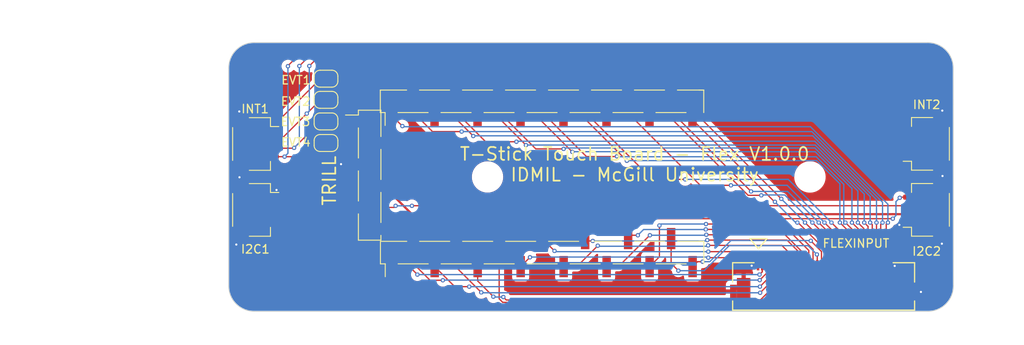
<source format=kicad_pcb>
(kicad_pcb (version 20221018) (generator pcbnew)
  (layers (0 "F.Cu" signal) (31 "B.Cu" signal) (34 "B.Paste" user) (35 "F.Paste" user) (36 "B.SilkS" user "B.Silkscreen") (37 "F.SilkS" user "F.Silkscreen") (38 "B.Mask" user) (39 "F.Mask" user) (44 "Edge.Cuts" user))
  (net 0 "")
  (net 1 "GND")
  (net 2 "/TOUCH0")
  (net 3 "/TOUCH1")
  (net 4 "/TOUCH2")
  (net 5 "/TOUCH3")
  (net 6 "/TOUCH4")
  (net 7 "/TOUCH5")
  (net 8 "/TOUCH6")
  (net 9 "/TOUCH7")
  (net 10 "/TOUCH8")
  (net 11 "/TOUCH9")
  (net 12 "/TOUCH10")
  (net 13 "/TOUCH11")
  (net 14 "/TOUCH12")
  (net 15 "/TOUCH13")
  (net 16 "/TOUCH14")
  (net 17 "/TOUCH15")
  (net 18 "/TOUCH16")
  (net 19 "/TOUCH17")
  (net 20 "/TOUCH18")
  (net 21 "/TOUCH19")
  (net 22 "/TOUCH20")
  (net 23 "/TOUCH21")
  (net 24 "/TOUCH22")
  (net 25 "/TOUCH23")
  (net 26 "/TOUCH24")
  (net 27 "/TOUCH25")
  (net 28 "/TOUCH26")
  (net 29 "/TOUCH27")
  (net 30 "/TOUCH28")
  (net 31 "/TOUCH29")
  (net 32 "/TRILL_EVT")
  (net 33 "/EVT1")
  (net 34 "/EVT2")
  (net 35 "/EVT3")
  (net 36 "/EVT4")
  (net 37 "+3V3")
  (net 38 "/SDA")
  (net 39 "/SCL")
  (footprint "Connector_JST:JST_SH_SM04B-SRSS-TB_1x04-1MP_P1.00mm_Horizontal" (layer "F.Cu") (at 135.7642 90.229 -90)
    (fp_text reference "INT1")
    (fp_text value "Conn_01x04")
  )
  (footprint "Jumper:SolderJumper-2_P1.3mm_Open_RoundedPad1.0x1.5mm" (layer "F.Cu") (at 144.1142 87.563 180)
    (fp_text reference "JP3" hide)
    (fp_text value "SolderJumper_2_Open" hide)
  )
  (footprint "Connector_JST:JST_SH_SM04B-SRSS-TB_1x04-1MP_P1.00mm_Horizontal" (layer "F.Cu") (at 215.0892 90.213 90)
    (fp_text reference "INT2")
    (fp_text value "Conn_01x04")
  )
  (footprint "Connector_PinHeader_2.54mm:PinHeader_1x06_P2.54mm_Vertical_SMD_Pin1Left" (layer "F.Cu") (at 149.27 93.9175)
    (fp_text reference "TOUCH3" hide)
    (fp_text value "Conn_01x06")
  )
  (footprint "molex-ffc-connectors:CON_541323262_MOL" (layer "F.Cu") (at 202.914184 107.06)
    (fp_text reference "J1" hide)
    (fp_text value "Conn_01x32")
  )
  (footprint "MountingHole:MountingHole_3.2mm_M3_DIN965" (layer "F.Cu") (at 201.3 94.125)
    (fp_text reference "H1" hide)
    (fp_text value "MountingHole" hide)
  )
  (footprint "Connector_PinHeader_2.54mm:PinHeader_1x15_P2.54mm_Vertical_SMD_Pin1Left" (layer "F.Cu") (at 169.655 103.0625 90)
    (fp_text reference "TOUCH1" hide)
    (fp_text value "Conn_01x15")
  )
  (footprint "Connector_PinHeader_2.54mm:PinHeader_1x15_P2.54mm_Vertical_SMD_Pin1Left" (layer "F.Cu") (at 169.64 85.1875 90)
    (fp_text reference "TOUCH2" hide)
    (fp_text value "Conn_01x15")
  )
  (footprint "Connector_JST:JST_SH_SM04B-SRSS-TB_1x04-1MP_P1.00mm_Horizontal" (layer "F.Cu") (at 215.0892 98.013 90)
    (fp_text reference "I2C2")
    (fp_text value "Conn_01x04")
  )
  (footprint "Jumper:SolderJumper-2_P1.3mm_Open_RoundedPad1.0x1.5mm" (layer "F.Cu") (at 144.1142 82.513 180)
    (fp_text reference "JP1" hide)
    (fp_text value "SolderJumper_2_Open" hide)
  )
  (footprint "Jumper:SolderJumper-2_P1.3mm_Open_RoundedPad1.0x1.5mm" (layer "F.Cu") (at 144.1142 90.113 180)
    (fp_text reference "JP4" hide)
    (fp_text value "SolderJumper_2_Open" hide)
  )
  (footprint "MountingHole:MountingHole_3.2mm_M3_DIN965" (layer "F.Cu") (at 163.2 94.125)
    (fp_text reference "H2" hide)
    (fp_text value "MountingHole")
  )
  (footprint "Connector_JST:JST_SH_SM04B-SRSS-TB_1x04-1MP_P1.00mm_Horizontal" (layer "F.Cu") (at 135.7642 98.021 -90)
    (fp_text reference "I2C1")
    (fp_text value "Conn_01x04")
  )
  (footprint "Jumper:SolderJumper-2_P1.3mm_Open_RoundedPad1.0x1.5mm" (layer "F.Cu") (at 144.1142 85.013 180)
    (fp_text reference "JP2" hide)
    (fp_text value "SolderJumper_2_Open" hide)
  )
  (gr_line (start 218.235001 81.249999) (end 218.25 107) (stroke (width 0.1)) (layer "Edge.Cuts"))
  (gr_line (start 215.25 110) (end 135.6142 110) (stroke (width 0.1)) (layer "Edge.Cuts"))
  (gr_line (start 132.6142 107) (end 132.6142 81.25) (stroke (width 0.1)) (layer "Edge.Cuts"))
  (gr_arc (start 135.6142 110) (mid 133.492879 109.121321) (end 132.6142 107) (stroke (width 0.1)) (layer "Edge.Cuts"))
  (gr_arc (start 215.235001 78.249999) (mid 217.356322 79.128678) (end 218.235001 81.249999) (stroke (width 0.1)) (layer "Edge.Cuts"))
  (gr_arc (start 218.25 107) (mid 217.37132 109.12132) (end 215.25 110) (stroke (width 0.1)) (layer "Edge.Cuts"))
  (gr_line (start 215.235001 78.249999) (end 135.6142 78.25) (stroke (width 0.1)) (layer "Edge.Cuts"))
  (gr_arc (start 132.6142 81.25) (mid 133.49288 79.12868) (end 135.6142 78.25) (stroke (width 0.1)) (layer "Edge.Cuts"))
  (gr_text "EVT1" (at 138.7392 83.263) (layer "F.SilkS") (effects (font (size 1 1)) (justify left bottom)))
  (gr_text "TRILL" (at 144.5142 94.563 90) (layer "F.SilkS") (effects (font (size 1.524 1.524) (thickness 0.2032))))
  (gr_text "EVT4" (at 138.7142 90.613) (layer "F.SilkS") (effects (font (size 1 1)) (justify left bottom)))
  (gr_text "EVT3" (at 138.6642 88.188) (layer "F.SilkS") (effects (font (size 1 1)) (justify left bottom)))
  (gr_text "EVT2" (at 138.6892 85.788) (layer "F.SilkS") (effects (font (size 1 1)) (justify left bottom)))
  (gr_text "FLEXINPUT" (at 206.7392 101.973) (layer "F.SilkS") (effects (font (size 1 1))))
  (gr_text "T-Stick Touch Board - Flex V1.0.0\nIDMIL - McGill University" (at 180.5892 92.638) (layer "F.SilkS") (effects (font (size 1.524 1.524) (thickness 0.2032))))
  (segment (start 193.464199 105.563001) (end 194.4142 104.613) (width 0.254) (layer "F.Cu") (net 1))
  (segment (start 194.465193 104.562007) (end 194.4142 104.613) (width 0.254) (layer "F.Cu") (net 1))
  (segment (start 137.7642 96.521) (end 137.7642 96.163) (width 0.254) (layer "F.Cu") (net 1))
  (segment (start 213.164184 107.2616) (end 213.564184 107.6616) (width 0.254) (layer "F.Cu") (net 1))
  (segment (start 213.0892 99.513) (end 212.1392 99.513) (width 0.254) (layer "F.Cu") (net 1))
  (segment (start 212.364169 107.2616) (end 213.164184 107.2616) (width 0.254) (layer "F.Cu") (net 1))
  (segment (start 145.9237 92.6475) (end 145.8892 92.613) (width 0.254) (layer "F.Cu") (net 1))
  (segment (start 216.9642 87.413) (end 216.9642 86.313) (width 0.254) (layer "F.Cu") (net 1))
  (segment (start 133.8892 86.413) (end 133.8642 86.388) (width 0.254) (layer "F.Cu") (net 1))
  (segment (start 133.8892 95.221) (end 133.8892 93.029) (width 0.254) (layer "F.Cu") (net 1))
  (segment (start 216.9642 101.938) (end 216.9642 100.275) (width 0.254) (layer "F.Cu") (net 1))
  (segment (start 216.9642 86.313) (end 216.9392 86.288) (width 0.254) (layer "F.Cu") (net 1))
  (segment (start 212.1392 99.513) (end 211.8642 99.788) (width 0.254) (layer "F.Cu") (net 1))
  (segment (start 216.9642 95.213) (end 216.9642 93.013) (width 0.254) (layer "F.Cu") (net 1))
  (segment (start 213.564184 107.6616) (end 214.3628 107.6616) (width 0.254) (layer "F.Cu") (net 1))
  (segment (start 133.8892 101.738) (end 133.5142 102.113) (width 0.254) (layer "F.Cu") (net 1))
  (segment (start 137.7642 96.163) (end 138.2642 95.663) (width 0.254) (layer "F.Cu") (net 1))
  (segment (start 133.8892 87.429) (end 133.8892 86.413) (width 0.254) (layer "F.Cu") (net 1))
  (segment (start 195.1642 104.562007) (end 194.465193 104.562007) (width 0.254) (layer "F.Cu") (net 1))
  (segment (start 193.464199 107.2616) (end 192.664184 107.2616) (width 0.254) (layer "F.Cu") (net 1))
  (segment (start 216.8892 102.013) (end 216.9642 101.938) (width 0.254) (layer "F.Cu") (net 1))
  (segment (start 211.238207 104.562007) (end 211.3142 104.638) (width 0.254) (layer "F.Cu") (net 1))
  (segment (start 193.464199 107.2616) (end 193.464199 105.563001) (width 0.254) (layer "F.Cu") (net 1))
  (segment (start 133.8892 100.821) (end 133.8892 101.738) (width 0.254) (layer "F.Cu") (net 1))
  (segment (start 210.664199 104.562007) (end 211.238207 104.562007) (width 0.254) (layer "F.Cu") (net 1))
  (segment (start 214.3628 107.6616) (end 214.4142 107.713) (width 0.254) (layer "F.Cu") (net 1))
  (segment (start 192.664184 107.2616) (end 192.264184 107.6616) (width 0.254) (layer "F.Cu") (net 1))
  (segment (start 147.615 92.6475) (end 145.9237 92.6475) (width 0.254) (layer "F.Cu") (net 1))
  (via (at 216.9392 86.288) (size 0.508) (drill 0.254) (layers "F.Cu" "B.Cu") (net 1))
  (via (at 133.5142 102.113) (size 0.508) (drill 0.254) (layers "F.Cu" "B.Cu") (net 1))
  (via (at 214.4142 107.713) (size 0.508) (drill 0.254) (layers "F.Cu" "B.Cu") (net 1))
  (via (at 145.8892 92.613) (size 0.508) (drill 0.254) (layers "F.Cu" "B.Cu") (net 1))
  (via (at 194.4142 104.613) (size 0.508) (drill 0.254) (layers "F.Cu" "B.Cu") (net 1))
  (via (at 133.8642 86.388) (size 0.508) (drill 0.254) (layers "F.Cu" "B.Cu") (net 1))
  (via (at 216.8892 102.013) (size 0.508) (drill 0.254) (layers "F.Cu" "B.Cu") (net 1))
  (via (at 216.9642 94.013) (size 0.508) (drill 0.254) (layers "F.Cu" "B.Cu") (net 1))
  (via (at 133.8892 94.163) (size 0.508) (drill 0.254) (layers "F.Cu" "B.Cu") (net 1))
  (via (at 211.8642 99.788) (size 0.508) (drill 0.254) (layers "F.Cu" "B.Cu") (net 1))
  (via (at 211.3142 104.638) (size 0.508) (drill 0.254) (layers "F.Cu" "B.Cu") (net 1))
  (via (at 138.2642 95.663) (size 0.508) (drill 0.254) (layers "F.Cu" "B.Cu") (net 1))
  (segment (start 195.664198 104.562007) (end 195.664198 105.338002) (width 0.1524) (layer "F.Cu") (net 2))
  (segment (start 195.664198 105.338002) (end 195.3392 105.663) (width 0.1524) (layer "F.Cu") (net 2))
  (segment (start 154.9142 105.663) (end 153.9687 104.7175) (width 0.1524) (layer "F.Cu") (net 2))
  (segment (start 153.9687 104.7175) (end 151.875 104.7175) (width 0.1524) (layer "F.Cu") (net 2))
  (via (at 154.9142 105.663) (size 0.508) (drill 0.254) (layers "F.Cu" "B.Cu") (net 2))
  (via (at 195.3392 105.663) (size 0.508) (drill 0.254) (layers "F.Cu" "B.Cu") (net 2))
  (segment (start 154.9142 105.663) (end 195.3392 105.663) (width 0.1524) (layer "B.Cu") (net 2))
  (segment (start 196.1642 104.562007) (end 196.1642 105.513) (width 0.1524) (layer "F.Cu") (net 3))
  (segment (start 157.9205 106.3317) (end 156.4038 106.3317) (width 0.1524) (layer "F.Cu") (net 3))
  (segment (start 156.4038 106.3317) (end 154.415 104.3429) (width 0.1524) (layer "F.Cu") (net 3))
  (segment (start 196.1642 105.513) (end 195.3642 106.313) (width 0.1524) (layer "F.Cu") (net 3))
  (segment (start 154.415 104.3429) (end 154.415 101.4075) (width 0.1524) (layer "F.Cu") (net 3))
  (via (at 195.3642 106.313) (size 0.508) (drill 0.254) (layers "F.Cu" "B.Cu") (net 3))
  (via (at 157.9205 106.3317) (size 0.508) (drill 0.254) (layers "F.Cu" "B.Cu") (net 3))
  (segment (start 157.9392 106.313) (end 195.3642 106.313) (width 0.1524) (layer "B.Cu") (net 3))
  (segment (start 157.9205 106.3317) (end 157.9392 106.313) (width 0.1524) (layer "B.Cu") (net 3))
  (segment (start 159.3255 107.088) (end 156.955 104.7175) (width 0.1524) (layer "F.Cu") (net 4))
  (segment (start 196.664199 104.562007) (end 196.664199 105.813001) (width 0.1524) (layer "F.Cu") (net 4))
  (segment (start 196.664199 105.813001) (end 195.3892 107.088) (width 0.1524) (layer "F.Cu") (net 4))
  (segment (start 161.0392 107.088) (end 159.3255 107.088) (width 0.1524) (layer "F.Cu") (net 4))
  (via (at 161.0392 107.088) (size 0.508) (drill 0.254) (layers "F.Cu" "B.Cu") (net 4))
  (via (at 195.3892 107.088) (size 0.508) (drill 0.254) (layers "F.Cu" "B.Cu") (net 4))
  (segment (start 161.0392 107.088) (end 195.3892 107.088) (width 0.1524) (layer "B.Cu") (net 4))
  (segment (start 197.164201 104.562007) (end 197.164201 106.062999) (width 0.1524) (layer "F.Cu") (net 5))
  (segment (start 197.164201 106.062999) (end 195.4142 107.813) (width 0.1524) (layer "F.Cu") (net 5))
  (segment (start 162.4596 107.7676) (end 159.495 104.803) (width 0.1524) (layer "F.Cu") (net 5))
  (segment (start 159.495 104.803) (end 159.495 101.4075) (width 0.1524) (layer "F.Cu") (net 5))
  (via (at 162.4596 107.7676) (size 0.508) (drill 0.254) (layers "F.Cu" "B.Cu") (net 5))
  (via (at 195.4142 107.813) (size 0.508) (drill 0.254) (layers "F.Cu" "B.Cu") (net 5))
  (segment (start 162.4596 107.7676) (end 162.505 107.813) (width 0.1524) (layer "B.Cu") (net 5))
  (segment (start 162.505 107.813) (end 195.4142 107.813) (width 0.1524) (layer "B.Cu") (net 5))
  (segment (start 165.0642 108.313) (end 165.418 108.6668) (width 0.1524) (layer "F.Cu") (net 6))
  (segment (start 195.4354 108.6668) (end 197.6642 106.438) (width 0.1524) (layer "F.Cu") (net 6))
  (segment (start 165.418 108.6668) (end 195.4354 108.6668) (width 0.1524) (layer "F.Cu") (net 6))
  (segment (start 163.8892 108.2717) (end 162.035 106.4175) (width 0.1524) (layer "F.Cu") (net 6))
  (segment (start 162.035 106.4175) (end 162.035 104.7175) (width 0.1524) (layer "F.Cu") (net 6))
  (segment (start 197.6642 106.438) (end 197.6642 104.562007) (width 0.1524) (layer "F.Cu") (net 6))
  (via (at 163.8892 108.2717) (size 0.508) (drill 0.254) (layers "F.Cu" "B.Cu") (net 6))
  (via (at 165.0642 108.313) (size 0.508) (drill 0.254) (layers "F.Cu" "B.Cu") (net 6))
  (segment (start 163.8892 108.2717) (end 163.9305 108.313) (width 0.1524) (layer "B.Cu") (net 6))
  (segment (start 163.9305 108.313) (end 165.0642 108.313) (width 0.1524) (layer "B.Cu") (net 6))
  (segment (start 164.9994 108.9482) (end 195.929 108.9482) (width 0.1524) (layer "F.Cu") (net 7))
  (segment (start 198.164199 106.713001) (end 198.164199 104.562007) (width 0.1524) (layer "F.Cu") (net 7))
  (segment (start 195.929 108.9482) (end 198.164199 106.713001) (width 0.1524) (layer "F.Cu") (net 7))
  (segment (start 164.575 108.5238) (end 164.9994 108.9482) (width 0.1524) (layer "F.Cu") (net 7))
  (segment (start 164.575 101.4075) (end 164.575 108.5238) (width 0.1524) (layer "F.Cu") (net 7))
  (segment (start 168.21685 103.61565) (end 167.115 104.7175) (width 0.1524) (layer "F.Cu") (net 8))
  (segment (start 189.2892 103.663) (end 198.425592 103.663) (width 0.1524) (layer "F.Cu") (net 8))
  (segment (start 198.6642 103.901608) (end 198.6642 104.562007) (width 0.1524) (layer "F.Cu") (net 8))
  (segment (start 198.425592 103.663) (end 198.6642 103.901608) (width 0.1524) (layer "F.Cu") (net 8))
  (via (at 168.21685 103.61565) (size 0.508) (drill 0.254) (layers "F.Cu" "B.Cu") (net 8))
  (via (at 189.2892 103.663) (size 0.508) (drill 0.254) (layers "F.Cu" "B.Cu") (net 8))
  (segment (start 168.2445 103.588) (end 189.2142 103.588) (width 0.1524) (layer "B.Cu") (net 8))
  (segment (start 168.2445 103.588) (end 168.21685 103.61565) (width 0.1524) (layer "B.Cu") (net 8))
  (segment (start 189.2892 103.663) (end 189.2142 103.588) (width 0.1524) (layer "B.Cu") (net 8))
  (segment (start 199.164199 103.901606) (end 199.164199 104.562007) (width 0.1524) (layer "F.Cu") (net 9))
  (segment (start 198.214642 102.952049) (end 199.164199 103.901606) (width 0.1524) (layer "F.Cu") (net 9))
  (segment (start 189.2892 102.952049) (end 198.214642 102.952049) (width 0.1524) (layer "F.Cu") (net 9))
  (segment (start 171.1152 102.8677) (end 169.655 101.4075) (width 0.1524) (layer "F.Cu") (net 9))
  (via (at 189.2892 102.952049) (size 0.508) (drill 0.254) (layers "F.Cu" "B.Cu") (net 9))
  (via (at 171.1152 102.8677) (size 0.508) (drill 0.254) (layers "F.Cu" "B.Cu") (net 9))
  (segment (start 189.2892 102.952049) (end 171.199549 102.952049) (width 0.1524) (layer "B.Cu") (net 9))
  (segment (start 171.199549 102.952049) (end 171.1152 102.8677) (width 0.1524) (layer "B.Cu") (net 9))
  (segment (start 199.664201 103.901609) (end 199.664201 104.562007) (width 0.1524) (layer "F.Cu") (net 10))
  (segment (start 197.975592 102.213) (end 199.664201 103.901609) (width 0.1524) (layer "F.Cu") (net 10))
  (segment (start 189.2642 102.213) (end 197.975592 102.213) (width 0.1524) (layer "F.Cu") (net 10))
  (segment (start 173.7597 104.7175) (end 172.195 104.7175) (width 0.1524) (layer "F.Cu") (net 10))
  (segment (start 176.2267 102.2505) (end 173.7597 104.7175) (width 0.1524) (layer "F.Cu") (net 10))
  (via (at 189.2642 102.213) (size 0.508) (drill 0.254) (layers "F.Cu" "B.Cu") (net 10))
  (via (at 176.2267 102.2505) (size 0.508) (drill 0.254) (layers "F.Cu" "B.Cu") (net 10))
  (segment (start 189.2642 102.213) (end 189.1642 102.313) (width 0.1524) (layer "B.Cu") (net 10))
  (segment (start 189.1642 102.313) (end 176.2892 102.313) (width 0.1524) (layer "B.Cu") (net 10))
  (segment (start 176.2892 102.313) (end 176.2267 102.2505) (width 0.1524) (layer "B.Cu") (net 10))
  (segment (start 175.6392 101.688) (end 175.0155 101.688) (width 0.1524) (layer "F.Cu") (net 11))
  (segment (start 189.163639 101.584491) (end 198.585691 101.584491) (width 0.1524) (layer "F.Cu") (net 11))
  (segment (start 175.0155 101.688) (end 174.735 101.4075) (width 0.1524) (layer "F.Cu") (net 11))
  (segment (start 198.585691 101.584491) (end 200.1642 103.163) (width 0.1524) (layer "F.Cu") (net 11))
  (segment (start 200.1642 103.163) (end 200.1642 104.562007) (width 0.1524) (layer "F.Cu") (net 11))
  (via (at 175.6392 101.688) (size 0.508) (drill 0.254) (layers "F.Cu" "B.Cu") (net 11))
  (via (at 189.163639 101.584491) (size 0.508) (drill 0.254) (layers "F.Cu" "B.Cu") (net 11))
  (segment (start 189.163639 101.584491) (end 189.06013 101.688) (width 0.1524) (layer "B.Cu") (net 11))
  (segment (start 189.06013 101.688) (end 175.6392 101.688) (width 0.1524) (layer "B.Cu") (net 11))
  (segment (start 177.275 104.7175) (end 178.0847 104.7175) (width 0.1524) (layer "F.Cu") (net 12))
  (segment (start 189.054527 100.957411) (end 198.356571 100.957411) (width 0.1524) (layer "F.Cu") (net 12))
  (segment (start 178.0847 104.7175) (end 178.1142 104.688) (width 0.1524) (layer "F.Cu") (net 12))
  (segment (start 200.664199 103.265039) (end 200.664199 104.562007) (width 0.1524) (layer "F.Cu") (net 12))
  (segment (start 198.356571 100.957411) (end 200.664199 103.265039) (width 0.1524) (layer "F.Cu") (net 12))
  (segment (start 182.3892 101.013) (end 182.3749 101.013) (width 0.1524) (layer "F.Cu") (net 12))
  (segment (start 182.3749 101.013) (end 178.6999 104.688) (width 0.1524) (layer "F.Cu") (net 12))
  (segment (start 178.6999 104.688) (end 178.1142 104.688) (width 0.1524) (layer "F.Cu") (net 12))
  (via (at 182.3892 101.013) (size 0.508) (drill 0.254) (layers "F.Cu" "B.Cu") (net 12))
  (via (at 189.054527 100.957411) (size 0.508) (drill 0.254) (layers "F.Cu" "B.Cu") (net 12))
  (segment (start 182.3892 101.013) (end 188.998938 101.013) (width 0.1524) (layer "B.Cu") (net 12))
  (segment (start 188.998938 101.013) (end 189.054527 100.957411) (width 0.1524) (layer "B.Cu") (net 12))
  (segment (start 180.2095 101.013) (end 179.815 101.4075) (width 0.1524) (layer "F.Cu") (net 13))
  (segment (start 198.675619 100.324419) (end 201.1642 102.813) (width 0.1524) (layer "F.Cu") (net 13))
  (segment (start 188.987767 100.324419) (end 198.675619 100.324419) (width 0.1524) (layer "F.Cu") (net 13))
  (segment (start 201.1642 102.813) (end 201.1642 104.562007) (width 0.1524) (layer "F.Cu") (net 13))
  (segment (start 180.9642 101.013) (end 180.2095 101.013) (width 0.1524) (layer "F.Cu") (net 13))
  (via (at 188.987767 100.324419) (size 0.508) (drill 0.254) (layers "F.Cu" "B.Cu") (net 13))
  (via (at 180.9642 101.013) (size 0.508) (drill 0.254) (layers "F.Cu" "B.Cu") (net 13))
  (segment (start 181.6392 100.338) (end 180.9642 101.013) (width 0.1524) (layer "B.Cu") (net 13))
  (segment (start 188.987767 100.324419) (end 188.974186 100.338) (width 0.1524) (layer "B.Cu") (net 13))
  (segment (start 188.974186 100.338) (end 181.6392 100.338) (width 0.1524) (layer "B.Cu") (net 13))
  (segment (start 183.5142 99.863) (end 183.5142 103.5583) (width 0.1524) (layer "F.Cu") (net 14))
  (segment (start 201.664199 102.663592) (end 201.664199 104.562007) (width 0.1524) (layer "F.Cu") (net 14))
  (segment (start 198.689169 99.688562) (end 201.664199 102.663592) (width 0.1524) (layer "F.Cu") (net 14))
  (segment (start 189.016428 99.688562) (end 198.689169 99.688562) (width 0.1524) (layer "F.Cu") (net 14))
  (segment (start 183.5142 103.5583) (end 182.355 104.7175) (width 0.1524) (layer "F.Cu") (net 14))
  (via (at 183.5142 99.863) (size 0.508) (drill 0.254) (layers "F.Cu" "B.Cu") (net 14))
  (via (at 189.016428 99.688562) (size 0.508) (drill 0.254) (layers "F.Cu" "B.Cu") (net 14))
  (segment (start 189.015866 99.688) (end 183.6892 99.688) (width 0.1524) (layer "B.Cu") (net 14))
  (segment (start 183.6892 99.688) (end 183.5142 99.863) (width 0.1524) (layer "B.Cu") (net 14))
  (segment (start 189.016428 99.688562) (end 189.015866 99.688) (width 0.1524) (layer "B.Cu") (net 14))
  (segment (start 184.895 104.3438) (end 184.895 101.4075) (width 0.1524) (layer "F.Cu") (net 15))
  (segment (start 202.164201 103.325705) (end 202.164201 104.562007) (width 0.1524) (layer "F.Cu") (net 15))
  (segment (start 202.122899 103.284403) (end 202.164201 103.325705) (width 0.1524) (layer "F.Cu") (net 15))
  (segment (start 185.755 105.2038) (end 184.895 104.3438) (width 0.1524) (layer "F.Cu") (net 15))
  (via (at 185.755 105.2038) (size 0.508) (drill 0.254) (layers "F.Cu" "B.Cu") (net 15))
  (via (at 202.122899 103.284403) (size 0.508) (drill 0.254) (layers "F.Cu" "B.Cu") (net 15))
  (segment (start 188.795767 105.2038) (end 191.755167 102.2444) (width 0.1524) (layer "B.Cu") (net 15))
  (segment (start 201.082896 102.2444) (end 202.122899 103.284403) (width 0.1524) (layer "B.Cu") (net 15))
  (segment (start 191.755167 102.2444) (end 201.082896 102.2444) (width 0.1524) (layer "B.Cu") (net 15))
  (segment (start 185.755 105.2038) (end 188.795767 105.2038) (width 0.1524) (layer "B.Cu") (net 15))
  (segment (start 188.6142 104.138) (end 188.0145 104.138) (width 0.1524) (layer "F.Cu") (net 16))
  (segment (start 202.6642 102.937294) (end 202.6642 104.562007) (width 0.1524) (layer "F.Cu") (net 16))
  (segment (start 188.0145 104.138) (end 187.435 104.7175) (width 0.1524) (layer "F.Cu") (net 16))
  (segment (start 201.402053 101.675147) (end 202.6642 102.937294) (width 0.1524) (layer "F.Cu") (net 16))
  (via (at 201.402053 101.675147) (size 0.508) (drill 0.254) (layers "F.Cu" "B.Cu") (net 16))
  (via (at 188.6142 104.138) (size 0.508) (drill 0.254) (layers "F.Cu" "B.Cu") (net 16))
  (segment (start 189.463607 104.138) (end 188.6142 104.138) (width 0.1524) (layer "B.Cu") (net 16))
  (segment (start 201.364906 101.638) (end 191.963607 101.638) (width 0.1524) (layer "B.Cu") (net 16))
  (segment (start 201.402053 101.675147) (end 201.364906 101.638) (width 0.1524) (layer "B.Cu") (net 16))
  (segment (start 191.963607 101.638) (end 189.463607 104.138) (width 0.1524) (layer "B.Cu") (net 16))
  (segment (start 199.892207 99.5166) (end 203.164199 102.788592) (width 0.1524) (layer "F.Cu") (net 17))
  (segment (start 203.164199 102.788592) (end 203.164199 104.562007) (width 0.1524) (layer "F.Cu") (net 17))
  (segment (start 199.8142 99.5166) (end 199.892207 99.5166) (width 0.1524) (layer "F.Cu") (net 17))
  (segment (start 197.1175 97.0663) (end 187.42 87.3688) (width 0.1524) (layer "F.Cu") (net 17))
  (segment (start 187.42 87.3688) (end 187.42 86.8425) (width 0.1524) (layer "F.Cu") (net 17))
  (segment (start 197.1642 97.0663) (end 197.1175 97.0663) (width 0.1524) (layer "F.Cu") (net 17))
  (via (at 199.8142 99.5166) (size 0.508) (drill 0.254) (layers "F.Cu" "B.Cu") (net 17))
  (via (at 197.1642 97.0663) (size 0.508) (drill 0.254) (layers "F.Cu" "B.Cu") (net 17))
  (segment (start 199.6145 99.5166) (end 197.1642 97.0663) (width 0.1524) (layer "B.Cu") (net 17))
  (segment (start 199.8142 99.5166) (end 199.6145 99.5166) (width 0.1524) (layer "B.Cu") (net 17))
  (segment (start 188.3892 85.6463) (end 186.2754 83.5325) (width 0.1524) (layer "F.Cu") (net 18))
  (segment (start 188.3892 87.188) (end 188.3892 85.6463) (width 0.1524) (layer "F.Cu") (net 18))
  (segment (start 197.9142 96.713) (end 188.3892 87.188) (width 0.1524) (layer "F.Cu") (net 18))
  (segment (start 203.6642 104.562007) (end 203.6642 102.4666) (width 0.1524) (layer "F.Cu") (net 18))
  (segment (start 203.6642 102.4666) (end 200.7142 99.5166) (width 0.1524) (layer "F.Cu") (net 18))
  (segment (start 186.2754 83.5325) (end 184.88 83.5325) (width 0.1524) (layer "F.Cu") (net 18))
  (via (at 200.7142 99.5166) (size 0.508) (drill 0.254) (layers "F.Cu" "B.Cu") (net 18))
  (via (at 197.9142 96.713) (size 0.508) (drill 0.254) (layers "F.Cu" "B.Cu") (net 18))
  (segment (start 200.7142 99.513) (end 197.9142 96.713) (width 0.1524) (layer "B.Cu") (net 18))
  (segment (start 200.7142 99.5166) (end 200.7142 99.513) (width 0.1524) (layer "B.Cu") (net 18))
  (segment (start 204.164199 104.562007) (end 204.164199 102.091599) (width 0.1524) (layer "F.Cu") (net 19))
  (segment (start 193.9979 96.2967) (end 184.5437 86.8425) (width 0.1524) (layer "F.Cu") (net 19))
  (segment (start 184.5437 86.8425) (end 182.34 86.8425) (width 0.1524) (layer "F.Cu") (net 19))
  (segment (start 204.164199 102.091599) (end 201.5892 99.5166) (width 0.1524) (layer "F.Cu") (net 19))
  (segment (start 195.55235 96.2967) (end 193.9979 96.2967) (width 0.1524) (layer "F.Cu") (net 19))
  (via (at 195.55235 96.2967) (size 0.508) (drill 0.254) (layers "F.Cu" "B.Cu") (net 19))
  (via (at 201.5892 99.5166) (size 0.508) (drill 0.254) (layers "F.Cu" "B.Cu") (net 19))
  (segment (start 195.59525 96.2538) (end 198.3264 96.2538) (width 0.1524) (layer "B.Cu") (net 19))
  (segment (start 198.3264 96.2538) (end 201.5892 99.5166) (width 0.1524) (layer "B.Cu") (net 19))
  (segment (start 195.55235 96.2967) (end 195.59525 96.2538) (width 0.1524) (layer "B.Cu") (net 19))
  (segment (start 194.3392 95.838) (end 182.0337 83.5325) (width 0.1524) (layer "F.Cu") (net 20))
  (segment (start 182.0337 83.5325) (end 179.8 83.5325) (width 0.1524) (layer "F.Cu") (net 20))
  (segment (start 204.664201 104.562007) (end 204.664201 101.841601) (width 0.1524) (layer "F.Cu") (net 20))
  (segment (start 204.664201 101.841601) (end 202.3392 99.5166) (width 0.1524) (layer "F.Cu") (net 20))
  (via (at 194.3392 95.838) (size 0.508) (drill 0.254) (layers "F.Cu" "B.Cu") (net 20))
  (via (at 202.3392 99.5166) (size 0.508) (drill 0.254) (layers "F.Cu" "B.Cu") (net 20))
  (segment (start 202.3392 99.5166) (end 198.6606 95.838) (width 0.1524) (layer "B.Cu") (net 20))
  (segment (start 198.6606 95.838) (end 194.3392 95.838) (width 0.1524) (layer "B.Cu") (net 20))
  (segment (start 180.0687 86.8425) (end 177.26 86.8425) (width 0.1524) (layer "F.Cu") (net 21))
  (segment (start 205.1642 104.562007) (end 205.1642 101.6666) (width 0.1524) (layer "F.Cu") (net 21))
  (segment (start 191.9642 95.113) (end 188.3392 95.113) (width 0.1524) (layer "F.Cu") (net 21))
  (segment (start 205.1642 101.6666) (end 203.0142 99.5166) (width 0.1524) (layer "F.Cu") (net 21))
  (segment (start 188.3392 95.113) (end 180.0687 86.8425) (width 0.1524) (layer "F.Cu") (net 21))
  (via (at 203.0142 99.5166) (size 0.508) (drill 0.254) (layers "F.Cu" "B.Cu") (net 21))
  (via (at 191.9642 95.113) (size 0.508) (drill 0.254) (layers "F.Cu" "B.Cu") (net 21))
  (segment (start 198.6106 95.113) (end 203.0142 99.5166) (width 0.1524) (layer "B.Cu") (net 21))
  (segment (start 191.9642 95.113) (end 198.6106 95.113) (width 0.1524) (layer "B.Cu") (net 21))
  (segment (start 186.5642 94.413) (end 182.6651 94.413) (width 0.1524) (layer "F.Cu") (net 22))
  (segment (start 174.72 86.4679) (end 174.72 83.5325) (width 0.1524) (layer "F.Cu") (net 22))
  (segment (start 205.664199 101.341599) (end 203.8392 99.5166) (width 0.1524) (layer "F.Cu") (net 22))
  (segment (start 182.6651 94.413) (end 174.72 86.4679) (width 0.1524) (layer "F.Cu") (net 22))
  (segment (start 205.664199 104.562007) (end 205.664199 101.341599) (width 0.1524) (layer "F.Cu") (net 22))
  (via (at 203.8392 99.5166) (size 0.508) (drill 0.254) (layers "F.Cu" "B.Cu") (net 22))
  (via (at 186.5642 94.413) (size 0.508) (drill 0.254) (layers "F.Cu" "B.Cu") (net 22))
  (segment (start 198.7356 94.413) (end 186.5642 94.413) (width 0.1524) (layer "B.Cu") (net 22))
  (segment (start 203.8392 99.5166) (end 198.7356 94.413) (width 0.1524) (layer "B.Cu") (net 22))
  (segment (start 179.6642 92.213) (end 174.2937 86.8425) (width 0.1524) (layer "F.Cu") (net 23))
  (segment (start 174.2937 86.8425) (end 172.18 86.8425) (width 0.1524) (layer "F.Cu") (net 23))
  (segment (start 206.1642 100.8416) (end 204.8392 99.5166) (width 0.1524) (layer "F.Cu") (net 23))
  (segment (start 206.1642 104.562007) (end 206.1642 100.8416) (width 0.1524) (layer "F.Cu") (net 23))
  (via (at 204.8392 99.5166) (size 0.508) (drill 0.254) (layers "F.Cu" "B.Cu") (net 23))
  (via (at 179.6642 92.213) (size 0.508) (drill 0.254) (layers "F.Cu" "B.Cu") (net 23))
  (segment (start 179.6824 92.1948) (end 179.6642 92.213) (width 0.1524) (layer "B.Cu") (net 23))
  (segment (start 202.099515 92.1948) (end 179.6824 92.1948) (width 0.1524) (layer "B.Cu") (net 23))
  (segment (start 204.8392 99.5166) (end 204.8392 94.934485) (width 0.1524) (layer "B.Cu") (net 23))
  (segment (start 204.8392 94.934485) (end 202.099515 92.1948) (width 0.1524) (layer "B.Cu") (net 23))
  (segment (start 205.4892 99.5166) (end 206.664199 100.691599) (width 0.1524) (layer "F.Cu") (net 24))
  (segment (start 169.64 86.4679) (end 169.64 83.5325) (width 0.1524) (layer "F.Cu") (net 24))
  (segment (start 174.8851 91.713) (end 169.64 86.4679) (width 0.1524) (layer "F.Cu") (net 24))
  (segment (start 178.48985 91.68735) (end 178.4642 91.713) (width 0.1524) (layer "F.Cu") (net 24))
  (segment (start 178.4642 91.713) (end 174.8851 91.713) (width 0.1524) (layer "F.Cu") (net 24))
  (segment (start 206.664199 100.691599) (end 206.664199 104.562007) (width 0.1524) (layer "F.Cu") (net 24))
  (via (at 178.48985 91.68735) (size 0.508) (drill 0.254) (layers "F.Cu" "B.Cu") (net 24))
  (via (at 205.4892 99.5166) (size 0.508) (drill 0.254) (layers "F.Cu" "B.Cu") (net 24))
  (segment (start 202.040675 91.738) (end 205.2984 94.995725) (width 0.1524) (layer "B.Cu") (net 24))
  (segment (start 205.2984 94.995725) (end 205.2984 99.7074) (width 0.1524) (layer "B.Cu") (net 24))
  (segment (start 205.2984 99.7074) (end 205.4892 99.5166) (width 0.1524) (layer "B.Cu") (net 24))
  (segment (start 178.48985 91.68735) (end 178.5405 91.738) (width 0.1524) (layer "B.Cu") (net 24))
  (segment (start 178.5405 91.738) (end 202.040675 91.738) (width 0.1524) (layer "B.Cu") (net 24))
  (segment (start 167.1 86.8425) (end 168.8937 86.8425) (width 0.1524) (layer "F.Cu") (net 25))
  (segment (start 207.164201 100.416601) (end 206.2642 99.5166) (width 0.1524) (layer "F.Cu") (net 25))
  (segment (start 207.164201 104.562007) (end 207.164201 100.416601) (width 0.1524) (layer "F.Cu") (net 25))
  (segment (start 168.8937 86.8425) (end 173.2142 91.163) (width 0.1524) (layer "F.Cu") (net 25))
  (via (at 206.2642 99.5166) (size 0.508) (drill 0.254) (layers "F.Cu" "B.Cu") (net 25))
  (via (at 173.2142 91.163) (size 0.508) (drill 0.254) (layers "F.Cu" "B.Cu") (net 25))
  (segment (start 173.2392 91.138) (end 201.9142 91.138) (width 0.1524) (layer "B.Cu") (net 25))
  (segment (start 173.2142 91.163) (end 173.2392 91.138) (width 0.1524) (layer "B.Cu") (net 25))
  (segment (start 206.2642 95.488) (end 206.2642 99.5166) (width 0.1524) (layer "B.Cu") (net 25))
  (segment (start 201.9142 91.138) (end 206.2642 95.488) (width 0.1524) (layer "B.Cu") (net 25))
  (segment (start 164.56 83.5325) (end 164.56 86.4679) (width 0.1524) (layer "F.Cu") (net 26))
  (segment (start 164.56 86.4679) (end 168.9051 90.813) (width 0.1524) (layer "F.Cu") (net 26))
  (segment (start 168.9051 90.813) (end 172.1892 90.813) (width 0.1524) (layer "F.Cu") (net 26))
  (segment (start 207.6642 100.2166) (end 207.6642 104.562007) (width 0.1524) (layer "F.Cu") (net 26))
  (segment (start 206.9642 99.5166) (end 207.6642 100.2166) (width 0.1524) (layer "F.Cu") (net 26))
  (via (at 172.1892 90.813) (size 0.508) (drill 0.254) (layers "F.Cu" "B.Cu") (net 26))
  (via (at 206.9642 99.5166) (size 0.508) (drill 0.254) (layers "F.Cu" "B.Cu") (net 26))
  (segment (start 206.9642 95.79004) (end 206.9642 99.5166) (width 0.1524) (layer "B.Cu") (net 26))
  (segment (start 201.87796 90.7038) (end 206.9642 95.79004) (width 0.1524) (layer "B.Cu") (net 26))
  (segment (start 172.1892 90.813) (end 172.2984 90.7038) (width 0.1524) (layer "B.Cu") (net 26))
  (segment (start 172.2984 90.7038) (end 201.87796 90.7038) (width 0.1524) (layer "B.Cu") (net 26))
  (segment (start 208.164199 104.562007) (end 208.164199 99.966599) (width 0.1524) (layer "F.Cu") (net 27))
  (segment (start 167.7392 90.363) (end 164.2187 86.8425) (width 0.1524) (layer "F.Cu") (net 27))
  (segment (start 208.164199 99.966599) (end 207.7142 99.5166) (width 0.1524) (layer "F.Cu") (net 27))
  (segment (start 164.2187 86.8425) (end 162.02 86.8425) (width 0.1524) (layer "F.Cu") (net 27))
  (via (at 167.7392 90.363) (size 0.508) (drill 0.254) (layers "F.Cu" "B.Cu") (net 27))
  (via (at 207.7142 99.5166) (size 0.508) (drill 0.254) (layers "F.Cu" "B.Cu") (net 27))
  (segment (start 207.7142 96.14208) (end 201.92592 90.3538) (width 0.1524) (layer "B.Cu") (net 27))
  (segment (start 167.7484 90.3538) (end 167.7392 90.363) (width 0.1524) (layer "B.Cu") (net 27))
  (segment (start 207.7142 99.5166) (end 207.7142 96.14208) (width 0.1524) (layer "B.Cu") (net 27))
  (segment (start 201.92592 90.3538) (end 167.7484 90.3538) (width 0.1524) (layer "B.Cu") (net 27))
  (segment (start 208.6642 104.562007) (end 208.6642 99.7666) (width 0.1524) (layer "F.Cu") (net 28))
  (segment (start 166.6142 89.963) (end 162.9751 89.963) (width 0.1524) (layer "F.Cu") (net 28))
  (segment (start 162.9751 89.963) (end 159.48 86.4679) (width 0.1524) (layer "F.Cu") (net 28))
  (segment (start 208.6642 99.7666) (end 208.4142 99.5166) (width 0.1524) (layer "F.Cu") (net 28))
  (segment (start 159.48 86.4679) (end 159.48 83.5325) (width 0.1524) (layer "F.Cu") (net 28))
  (via (at 166.6142 89.963) (size 0.508) (drill 0.254) (layers "F.Cu" "B.Cu") (net 28))
  (via (at 208.4142 99.5166) (size 0.508) (drill 0.254) (layers "F.Cu" "B.Cu") (net 28))
  (segment (start 208.4142 96.44412) (end 201.87388 89.9038) (width 0.1524) (layer "B.Cu") (net 28))
  (segment (start 208.4142 99.5166) (end 208.4142 96.44412) (width 0.1524) (layer "B.Cu") (net 28))
  (segment (start 201.87388 89.9038) (end 166.6734 89.9038) (width 0.1524) (layer "B.Cu") (net 28))
  (segment (start 166.6734 89.9038) (end 166.6142 89.963) (width 0.1524) (layer "B.Cu") (net 28))
  (segment (start 161.5142 89.288) (end 159.0687 86.8425) (width 0.1524) (layer "F.Cu") (net 29))
  (segment (start 159.0687 86.8425) (end 156.94 86.8425) (width 0.1524) (layer "F.Cu") (net 29))
  (segment (start 209.164199 99.516601) (end 209.164199 104.562007) (width 0.1524) (layer "F.Cu") (net 29))
  (segment (start 209.1642 99.5166) (end 209.164199 99.516601) (width 0.1524) (layer "F.Cu") (net 29))
  (via (at 209.1642 99.5166) (size 0.508) (drill 0.254) (layers "F.Cu" "B.Cu") (net 29))
  (via (at 161.5142 89.288) (size 0.508) (drill 0.254) (layers "F.Cu" "B.Cu") (net 29))
  (segment (start 161.5392 89.263) (end 161.5142 89.288) (width 0.1524) (layer "B.Cu") (net 29))
  (segment (start 201.63104 89.263) (end 161.5392 89.263) (width 0.1524) (layer "B.Cu") (net 29))
  (segment (start 209.1642 96.79616) (end 201.63104 89.263) (width 0.1524) (layer "B.Cu") (net 29))
  (segment (start 209.1642 99.5166) (end 209.1642 96.79616) (width 0.1524) (layer "B.Cu") (net 29))
  (segment (start 209.664201 99.730096) (end 209.664201 104.562007) (width 0.1524) (layer "F.Cu") (net 30))
  (segment (start 156.6951 88.763) (end 160.1392 88.763) (width 0.1524) (layer "F.Cu") (net 30))
  (segment (start 154.4 83.5325) (end 154.4 86.4679) (width 0.1524) (layer "F.Cu") (net 30))
  (segment (start 209.877697 99.5166) (end 209.664201 99.730096) (width 0.1524) (layer "F.Cu") (net 30))
  (segment (start 154.4 86.4679) (end 156.6951 88.763) (width 0.1524) (layer "F.Cu") (net 30))
  (via (at 209.877697 99.5166) (size 0.508) (drill 0.254) (layers "F.Cu" "B.Cu") (net 30))
  (via (at 160.1392 88.763) (size 0.508) (drill 0.254) (layers "F.Cu" "B.Cu") (net 30))
  (segment (start 209.877697 97.111697) (end 201.529 88.763) (width 0.1524) (layer "B.Cu") (net 30))
  (segment (start 201.529 88.763) (end 160.1392 88.763) (width 0.1524) (layer "B.Cu") (net 30))
  (segment (start 209.877697 99.5166) (end 209.877697 97.111697) (width 0.1524) (layer "B.Cu") (net 30))
  (segment (start 153.1305 88.113) (end 151.86 86.8425) (width 0.1524) (layer "F.Cu") (net 31))
  (segment (start 210.3142 99.7166) (end 210.3142 103.756807) (width 0.1524) (layer "F.Cu") (net 31))
  (segment (start 210.1642 103.906807) (end 210.1642 104.562007) (width 0.1524) (layer "F.Cu") (net 31))
  (segment (start 210.3142 103.756807) (end 210.1642 103.906807) (width 0.1524) (layer "F.Cu") (net 31))
  (segment (start 210.5142 99.5166) (end 210.3142 99.7166) (width 0.1524) (layer "F.Cu") (net 31))
  (segment (start 153.1392 88.113) (end 153.1305 88.113) (width 0.1524) (layer "F.Cu") (net 31))
  (via (at 153.1392 88.113) (size 0.508) (drill 0.254) (layers "F.Cu" "B.Cu") (net 31))
  (via (at 210.5142 99.5166) (size 0.508) (drill 0.254) (layers "F.Cu" "B.Cu") (net 31))
  (segment (start 210.5142 99.5166) (end 210.5142 97.35024) (width 0.1524) (layer "B.Cu") (net 31))
  (segment (start 210.5142 97.35024) (end 201.35196 88.188) (width 0.1524) (layer "B.Cu") (net 31))
  (segment (start 201.35196 88.188) (end 153.2142 88.188) (width 0.1524) (layer "B.Cu") (net 31))
  (segment (start 153.2142 88.188) (end 153.1392 88.113) (width 0.1524) (layer "B.Cu") (net 31))
  (segment (start 150.925 90.1075) (end 144.7697 90.1075) (width 0.1524) (layer "F.Cu") (net 32))
  (segment (start 144.7642 90.113) (end 144.7642 82.5255) (width 0.1524) (layer "F.Cu") (net 32))
  (segment (start 144.7697 90.1075) (end 144.7642 90.113) (width 0.1524) (layer "F.Cu") (net 32))
  (segment (start 137.7642 88.213) (end 137.7642 88.729) (width 0.1524) (layer "F.Cu") (net 33))
  (segment (start 143.3392 82.513) (end 143.4642 82.513) (width 0.1524) (layer "F.Cu") (net 33))
  (segment (start 213.0772 91.725) (end 213.0892 91.713) (width 0.1524) (layer "F.Cu") (net 33))
  (segment (start 144.249002 81.488) (end 143.4642 82.272802) (width 0.1524) (layer "F.Cu") (net 33))
  (segment (start 207.9012 91.725) (end 197.6642 81.488) (width 0.1524) (layer "F.Cu") (net 33))
  (segment (start 143.4642 82.513) (end 137.7642 88.213) (width 0.1524) (layer "F.Cu") (net 33))
  (segment (start 197.6642 81.488) (end 144.249002 81.488) (width 0.1524) (layer "F.Cu") (net 33))
  (segment (start 210.7142 91.725) (end 213.0772 91.725) (width 0.1524) (layer "F.Cu") (net 33))
  (segment (start 210.7142 91.725) (end 207.9012 91.725) (width 0.1524) (layer "F.Cu") (net 33))
  (segment (start 143.4642 82.272802) (end 143.4642 82.513) (width 0.1524) (layer "F.Cu") (net 33))
  (segment (start 142.7264 80.4258) (end 197.552 80.4258) (width 0.1524) (layer "F.Cu") (net 34))
  (segment (start 142.1392 81.013) (end 142.7264 80.4258) (width 0.1524) (layer "F.Cu") (net 34))
  (segment (start 141.8392 86.638) (end 138.7482 89.729) (width 0.1524) (layer "F.Cu") (net 34))
  (segment (start 197.552 80.4258) (end 207.8512 90.725) (width 0.1524) (layer "F.Cu") (net 34))
  (segment (start 210.6892 90.725) (end 213.0772 90.725) (width 0.1524) (layer "F.Cu") (net 34))
  (segment (start 207.8512 90.725) (end 210.6892 90.725) (width 0.1524) (layer "F.Cu") (net 34))
  (segment (start 213.0772 90.725) (end 213.0892 90.713) (width 0.1524) (layer "F.Cu") (net 34))
  (segment (start 141.8392 86.638) (end 143.4642 85.013) (width 0.1524) (layer "F.Cu") (net 34))
  (via (at 141.8392 86.638) (size 0.508) (drill 0.254) (layers "F.Cu" "B.Cu") (net 34))
  (via (at 142.1392 81.013) (size 0.508) (drill 0.254) (layers "F.Cu" "B.Cu") (net 34))
  (segment (start 142.1392 81.013) (end 142.1392 86.338) (width 0.1524) (layer "B.Cu") (net 34))
  (segment (start 142.1392 86.338) (end 141.8392 86.638) (width 0.1524) (layer "B.Cu") (net 34))
  (segment (start 213.0772 89.725) (end 213.0892 89.713) (width 0.1524) (layer "F.Cu") (net 35))
  (segment (start 137.7642 90.729) (end 140.2982 90.729) (width 0.1524) (layer "F.Cu") (net 35))
  (segment (start 140.9642 81.013) (end 141.8328 80.1444) (width 0.1524) (layer "F.Cu") (net 35))
  (segment (start 140.3392 90.688) (end 143.4642 87.563) (width 0.1524) (layer "F.Cu") (net 35))
  (segment (start 208.0012 89.725) (end 210.6642 89.725) (width 0.1524) (layer "F.Cu") (net 35))
  (segment (start 141.8328 80.1444) (end 198.4206 80.1444) (width 0.1524) (layer "F.Cu") (net 35))
  (segment (start 140.2982 90.729) (end 140.3392 90.688) (width 0.1524) (layer "F.Cu") (net 35))
  (segment (start 210.6642 89.725) (end 213.0772 89.725) (width 0.1524) (layer "F.Cu") (net 35))
  (segment (start 198.4206 80.1444) (end 208.0012 89.725) (width 0.1524) (layer "F.Cu") (net 35))
  (via (at 140.9642 81.013) (size 0.508) (drill 0.254) (layers "F.Cu" "B.Cu") (net 35))
  (via (at 140.3392 90.688) (size 0.508) (drill 0.254) (layers "F.Cu" "B.Cu") (net 35))
  (segment (start 140.9642 81.013) (end 140.9642 90.063) (width 0.1524) (layer "B.Cu") (net 35))
  (segment (start 140.9642 90.063) (end 140.3392 90.688) (width 0.1524) (layer "B.Cu") (net 35))
  (segment (start 210.7642 88.725) (end 213.0772 88.725) (width 0.1524) (layer "F.Cu") (net 36))
  (segment (start 141.8482 91.729) (end 143.4642 90.113) (width 0.1524) (layer "F.Cu") (net 36))
  (segment (start 199.0642 79.863) (end 207.9262 88.725) (width 0.1524) (layer "F.Cu") (net 36))
  (segment (start 207.9262 88.725) (end 210.7642 88.725) (width 0.1524) (layer "F.Cu") (net 36))
  (segment (start 139.6142 81.038) (end 139.6142 80.988) (width 0.1524) (layer "F.Cu") (net 36))
  (segment (start 213.0772 88.725) (end 213.0892 88.713) (width 0.1524) (layer "F.Cu") (net 36))
  (segment (start 139.6142 80.988) (end 140.7392 79.863) (width 0.1524) (layer "F.Cu") (net 36))
  (segment (start 140.7392 79.863) (end 199.0642 79.863) (width 0.1524) (layer "F.Cu") (net 36))
  (segment (start 137.7642 91.729) (end 139.2142 91.729) (width 0.1524) (layer "F.Cu") (net 36))
  (segment (start 139.2142 91.729) (end 141.8482 91.729) (width 0.1524) (layer "F.Cu") (net 36))
  (via (at 139.6142 81.038) (size 0.508) (drill 0.254) (layers "F.Cu" "B.Cu") (net 36))
  (via (at 139.2142 91.729) (size 0.508) (drill 0.254) (layers "F.Cu" "B.Cu") (net 36))
  (segment (start 139.6142 91.329) (end 139.6142 81.038) (width 0.1524) (layer "B.Cu") (net 36))
  (segment (start 139.2142 91.729) (end 139.6142 91.329) (width 0.1524) (layer "B.Cu") (net 36))
  (segment (start 144.7392 97.188) (end 146.7397 95.1875) (width 0.254) (layer "F.Cu") (net 37))
  (segment (start 146.7397 95.1875) (end 150.925 95.1875) (width 0.254) (layer "F.Cu") (net 37))
  (segment (start 144.7392 97.188) (end 144.4062 97.521) (width 0.254) (layer "F.Cu") (net 37))
  (segment (start 154.2625 98.525) (end 211.0642 98.525) (width 0.254) (layer "F.Cu") (net 37))
  (segment (start 211.0642 98.525) (end 213.0772 98.525) (width 0.254) (layer "F.Cu") (net 37))
  (segment (start 213.0772 98.525) (end 213.0892 98.513) (width 0.254) (layer "F.Cu") (net 37))
  (segment (start 144.4062 97.521) (end 137.7642 97.521) (width 0.254) (layer "F.Cu") (net 37))
  (segment (start 150.925 95.1875) (end 154.2625 98.525) (width 0.254) (layer "F.Cu") (net 37))
  (segment (start 152.3392 97.538) (end 152.1497 97.7275) (width 0.1524) (layer "F.Cu") (net 38))
  (segment (start 211.5142 97.525) (end 154.2772 97.525) (width 0.1524) (layer "F.Cu") (net 38))
  (segment (start 213.0772 97.525) (end 213.0892 97.513) (width 0.1524) (layer "F.Cu") (net 38))
  (segment (start 146.8215 98.521) (end 147.615 97.7275) (width 0.1524) (layer "F.Cu") (net 38))
  (segment (start 211.5142 97.525) (end 213.0772 97.525) (width 0.1524) (layer "F.Cu") (net 38))
  (segment (start 152.1497 97.7275) (end 147.615 97.7275) (width 0.1524) (layer "F.Cu") (net 38))
  (segment (start 154.2772 97.525) (end 154.2642 97.538) (width 0.1524) (layer "F.Cu") (net 38))
  (segment (start 137.7642 98.521) (end 146.8215 98.521) (width 0.1524) (layer "F.Cu") (net 38))
  (via (at 154.2642 97.538) (size 0.508) (drill 0.254) (layers "F.Cu" "B.Cu") (net 38))
  (via (at 152.3392 97.538) (size 0.508) (drill 0.254) (layers "F.Cu" "B.Cu") (net 38))
  (segment (start 154.2642 97.538) (end 152.3392 97.538) (width 0.1524) (layer "B.Cu") (net 38))
  (segment (start 137.7642 99.521) (end 138.5107 100.2675) (width 0.1524) (layer "F.Cu") (net 39))
  (segment (start 211.0892 99.0579) (end 152.1346 99.0579) (width 0.1524) (layer "F.Cu") (net 39))
  (segment (start 211.9892 96.513) (end 211.9142 96.588) (width 0.1524) (layer "F.Cu") (net 39))
  (segment (start 138.5107 100.2675) (end 150.925 100.2675) (width 0.1524) (layer "F.Cu") (net 39))
  (segment (start 152.1346 99.0579) (end 150.925 100.2675) (width 0.1524) (layer "F.Cu") (net 39))
  (segment (start 213.0892 96.513) (end 211.9892 96.513) (width 0.1524) (layer "F.Cu") (net 39))
  (via (at 211.0892 99.0579) (size 0.508) (drill 0.254) (layers "F.Cu" "B.Cu") (net 39))
  (via (at 211.9142 96.588) (size 0.508) (drill 0.254) (layers "F.Cu" "B.Cu") (net 39))
  (segment (start 211.4642 98.6829) (end 211.4642 97.038) (width 0.1524) (layer "B.Cu") (net 39))
  (segment (start 211.4642 97.038) (end 211.9142 96.588) (width 0.1524) (layer "B.Cu") (net 39))
  (segment (start 211.0892 99.0579) (end 211.4642 98.6829) (width 0.1524) (layer "B.Cu") (net 39))
  (zone (net 1) (net_name "GND") (layers "F&B.Cu") (connect_pads (clearance 0.508)) (min_thickness 0.25) (fill yes (thermal_gap 0.5) (thermal_bridge_width 0.5))
    (polygon (pts (xy 218.9642 78.363) (xy 219.2642 110.788) (xy 131.9892 111.238) (xy 131.9892 77.638) (xy 218.8642 77.588)))
  )
)
</source>
